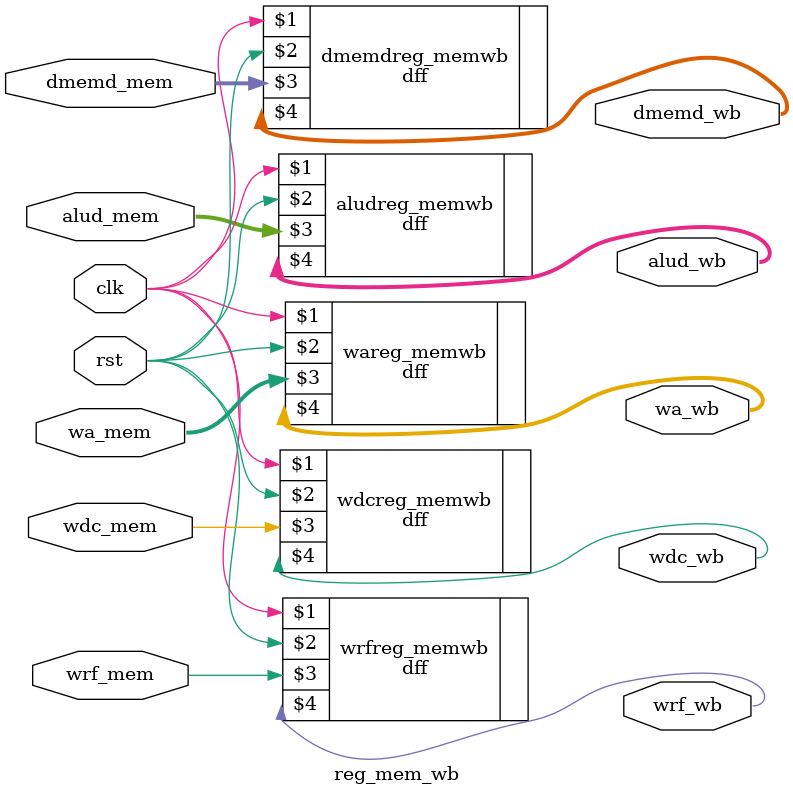
<source format=v>
`timescale 1ns / 1ps
module reg_mem_wb(
		input clk,
		input rst,
		input wrf_mem,
		input wdc_mem,
		input [31:0] dmemd_mem,
		input [31:0] alud_mem,
		input [4:0] wa_mem,
		output wrf_wb,
		output wdc_wb,
		output[31:0] dmemd_wb,
		output[31:0] alud_wb,
		output[4:0] wa_wb
    );

dff #(1)  wrfreg_memwb(clk, rst, wrf_mem, wrf_wb);
dff #(1)  wdcreg_memwb(clk, rst, wdc_mem, wdc_wb);
dff #(32) dmemdreg_memwb(clk, rst, dmemd_mem, dmemd_wb);
dff #(32) aludreg_memwb(clk, rst, alud_mem, alud_wb);
dff #(5)  wareg_memwb(clk, rst, wa_mem, wa_wb);
endmodule

</source>
